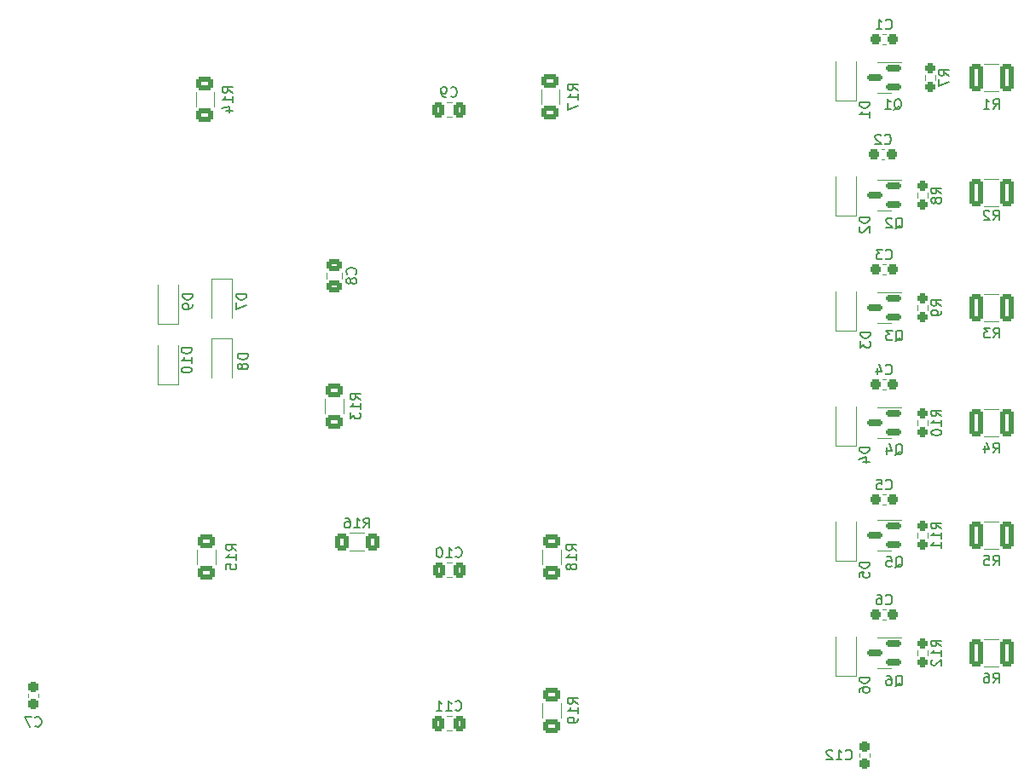
<source format=gbo>
G04 #@! TF.GenerationSoftware,KiCad,Pcbnew,6.0.9-8da3e8f707~116~ubuntu20.04.1*
G04 #@! TF.CreationDate,2023-03-16T01:07:50+01:00*
G04 #@! TF.ProjectId,six_to_six,7369785f-746f-45f7-9369-782e6b696361,rev?*
G04 #@! TF.SameCoordinates,Original*
G04 #@! TF.FileFunction,Legend,Bot*
G04 #@! TF.FilePolarity,Positive*
%FSLAX46Y46*%
G04 Gerber Fmt 4.6, Leading zero omitted, Abs format (unit mm)*
G04 Created by KiCad (PCBNEW 6.0.9-8da3e8f707~116~ubuntu20.04.1) date 2023-03-16 01:07:50*
%MOMM*%
%LPD*%
G01*
G04 APERTURE LIST*
G04 Aperture macros list*
%AMRoundRect*
0 Rectangle with rounded corners*
0 $1 Rounding radius*
0 $2 $3 $4 $5 $6 $7 $8 $9 X,Y pos of 4 corners*
0 Add a 4 corners polygon primitive as box body*
4,1,4,$2,$3,$4,$5,$6,$7,$8,$9,$2,$3,0*
0 Add four circle primitives for the rounded corners*
1,1,$1+$1,$2,$3*
1,1,$1+$1,$4,$5*
1,1,$1+$1,$6,$7*
1,1,$1+$1,$8,$9*
0 Add four rect primitives between the rounded corners*
20,1,$1+$1,$2,$3,$4,$5,0*
20,1,$1+$1,$4,$5,$6,$7,0*
20,1,$1+$1,$6,$7,$8,$9,0*
20,1,$1+$1,$8,$9,$2,$3,0*%
G04 Aperture macros list end*
%ADD10C,0.150000*%
%ADD11C,0.120000*%
%ADD12R,1.700000X1.700000*%
%ADD13O,1.700000X1.700000*%
%ADD14R,1.308000X1.308000*%
%ADD15C,1.308000*%
%ADD16O,3.000000X1.500000*%
%ADD17O,1.500000X3.000000*%
%ADD18C,5.600000*%
%ADD19R,1.800000X1.800000*%
%ADD20C,1.800000*%
%ADD21C,3.500000*%
%ADD22R,1.478000X1.478000*%
%ADD23C,1.478000*%
%ADD24C,1.270000*%
%ADD25RoundRect,0.237500X0.237500X-0.300000X0.237500X0.300000X-0.237500X0.300000X-0.237500X-0.300000X0*%
%ADD26R,1.200000X0.900000*%
%ADD27RoundRect,0.237500X0.300000X0.237500X-0.300000X0.237500X-0.300000X-0.237500X0.300000X-0.237500X0*%
%ADD28RoundRect,0.250000X-0.625000X0.400000X-0.625000X-0.400000X0.625000X-0.400000X0.625000X0.400000X0*%
%ADD29RoundRect,0.150000X0.587500X0.150000X-0.587500X0.150000X-0.587500X-0.150000X0.587500X-0.150000X0*%
%ADD30RoundRect,0.250000X0.400000X1.075000X-0.400000X1.075000X-0.400000X-1.075000X0.400000X-1.075000X0*%
%ADD31RoundRect,0.250000X0.337500X0.475000X-0.337500X0.475000X-0.337500X-0.475000X0.337500X-0.475000X0*%
%ADD32RoundRect,0.237500X0.237500X-0.250000X0.237500X0.250000X-0.237500X0.250000X-0.237500X-0.250000X0*%
%ADD33RoundRect,0.237500X-0.237500X0.300000X-0.237500X-0.300000X0.237500X-0.300000X0.237500X0.300000X0*%
%ADD34RoundRect,0.250000X-0.475000X0.337500X-0.475000X-0.337500X0.475000X-0.337500X0.475000X0.337500X0*%
%ADD35RoundRect,0.250000X0.400000X0.625000X-0.400000X0.625000X-0.400000X-0.625000X0.400000X-0.625000X0*%
G04 APERTURE END LIST*
D10*
X647231666Y-230126142D02*
X647279285Y-230173761D01*
X647422142Y-230221380D01*
X647517380Y-230221380D01*
X647660238Y-230173761D01*
X647755476Y-230078523D01*
X647803095Y-229983285D01*
X647850714Y-229792809D01*
X647850714Y-229649952D01*
X647803095Y-229459476D01*
X647755476Y-229364238D01*
X647660238Y-229269000D01*
X647517380Y-229221380D01*
X647422142Y-229221380D01*
X647279285Y-229269000D01*
X647231666Y-229316619D01*
X646898333Y-229221380D02*
X646231666Y-229221380D01*
X646660238Y-230221380D01*
X730067380Y-202461904D02*
X729067380Y-202461904D01*
X729067380Y-202700000D01*
X729115000Y-202842857D01*
X729210238Y-202938095D01*
X729305476Y-202985714D01*
X729495952Y-203033333D01*
X729638809Y-203033333D01*
X729829285Y-202985714D01*
X729924523Y-202938095D01*
X730019761Y-202842857D01*
X730067380Y-202700000D01*
X730067380Y-202461904D01*
X729400714Y-203890476D02*
X730067380Y-203890476D01*
X729019761Y-203652380D02*
X729734047Y-203414285D01*
X729734047Y-204033333D01*
X730067380Y-225321904D02*
X729067380Y-225321904D01*
X729067380Y-225560000D01*
X729115000Y-225702857D01*
X729210238Y-225798095D01*
X729305476Y-225845714D01*
X729495952Y-225893333D01*
X729638809Y-225893333D01*
X729829285Y-225845714D01*
X729924523Y-225798095D01*
X730019761Y-225702857D01*
X730067380Y-225560000D01*
X730067380Y-225321904D01*
X729067380Y-226750476D02*
X729067380Y-226560000D01*
X729115000Y-226464761D01*
X729162619Y-226417142D01*
X729305476Y-226321904D01*
X729495952Y-226274285D01*
X729876904Y-226274285D01*
X729972142Y-226321904D01*
X730019761Y-226369523D01*
X730067380Y-226464761D01*
X730067380Y-226655238D01*
X730019761Y-226750476D01*
X729972142Y-226798095D01*
X729876904Y-226845714D01*
X729638809Y-226845714D01*
X729543571Y-226798095D01*
X729495952Y-226750476D01*
X729448333Y-226655238D01*
X729448333Y-226464761D01*
X729495952Y-226369523D01*
X729543571Y-226321904D01*
X729638809Y-226274285D01*
X731686666Y-218002142D02*
X731734285Y-218049761D01*
X731877142Y-218097380D01*
X731972380Y-218097380D01*
X732115238Y-218049761D01*
X732210476Y-217954523D01*
X732258095Y-217859285D01*
X732305714Y-217668809D01*
X732305714Y-217525952D01*
X732258095Y-217335476D01*
X732210476Y-217240238D01*
X732115238Y-217145000D01*
X731972380Y-217097380D01*
X731877142Y-217097380D01*
X731734285Y-217145000D01*
X731686666Y-217192619D01*
X730829523Y-217097380D02*
X731020000Y-217097380D01*
X731115238Y-217145000D01*
X731162857Y-217192619D01*
X731258095Y-217335476D01*
X731305714Y-217525952D01*
X731305714Y-217906904D01*
X731258095Y-218002142D01*
X731210476Y-218049761D01*
X731115238Y-218097380D01*
X730924761Y-218097380D01*
X730829523Y-218049761D01*
X730781904Y-218002142D01*
X730734285Y-217906904D01*
X730734285Y-217668809D01*
X730781904Y-217573571D01*
X730829523Y-217525952D01*
X730924761Y-217478333D01*
X731115238Y-217478333D01*
X731210476Y-217525952D01*
X731258095Y-217573571D01*
X731305714Y-217668809D01*
X668218380Y-187220904D02*
X667218380Y-187220904D01*
X667218380Y-187459000D01*
X667266000Y-187601857D01*
X667361238Y-187697095D01*
X667456476Y-187744714D01*
X667646952Y-187792333D01*
X667789809Y-187792333D01*
X667980285Y-187744714D01*
X668075523Y-187697095D01*
X668170761Y-187601857D01*
X668218380Y-187459000D01*
X668218380Y-187220904D01*
X667218380Y-188125666D02*
X667218380Y-188792333D01*
X668218380Y-188363761D01*
X701111380Y-227957142D02*
X700635190Y-227623809D01*
X701111380Y-227385714D02*
X700111380Y-227385714D01*
X700111380Y-227766666D01*
X700159000Y-227861904D01*
X700206619Y-227909523D01*
X700301857Y-227957142D01*
X700444714Y-227957142D01*
X700539952Y-227909523D01*
X700587571Y-227861904D01*
X700635190Y-227766666D01*
X700635190Y-227385714D01*
X701111380Y-228909523D02*
X701111380Y-228338095D01*
X701111380Y-228623809D02*
X700111380Y-228623809D01*
X700254238Y-228528571D01*
X700349476Y-228433333D01*
X700397095Y-228338095D01*
X701111380Y-229385714D02*
X701111380Y-229576190D01*
X701063761Y-229671428D01*
X701016142Y-229719047D01*
X700873285Y-229814285D01*
X700682809Y-229861904D01*
X700301857Y-229861904D01*
X700206619Y-229814285D01*
X700159000Y-229766666D01*
X700111380Y-229671428D01*
X700111380Y-229480952D01*
X700159000Y-229385714D01*
X700206619Y-229338095D01*
X700301857Y-229290476D01*
X700539952Y-229290476D01*
X700635190Y-229338095D01*
X700682809Y-229385714D01*
X700730428Y-229480952D01*
X700730428Y-229671428D01*
X700682809Y-229766666D01*
X700635190Y-229814285D01*
X700539952Y-229861904D01*
X700984380Y-212717142D02*
X700508190Y-212383809D01*
X700984380Y-212145714D02*
X699984380Y-212145714D01*
X699984380Y-212526666D01*
X700032000Y-212621904D01*
X700079619Y-212669523D01*
X700174857Y-212717142D01*
X700317714Y-212717142D01*
X700412952Y-212669523D01*
X700460571Y-212621904D01*
X700508190Y-212526666D01*
X700508190Y-212145714D01*
X700984380Y-213669523D02*
X700984380Y-213098095D01*
X700984380Y-213383809D02*
X699984380Y-213383809D01*
X700127238Y-213288571D01*
X700222476Y-213193333D01*
X700270095Y-213098095D01*
X700412952Y-214240952D02*
X700365333Y-214145714D01*
X700317714Y-214098095D01*
X700222476Y-214050476D01*
X700174857Y-214050476D01*
X700079619Y-214098095D01*
X700032000Y-214145714D01*
X699984380Y-214240952D01*
X699984380Y-214431428D01*
X700032000Y-214526666D01*
X700079619Y-214574285D01*
X700174857Y-214621904D01*
X700222476Y-214621904D01*
X700317714Y-214574285D01*
X700365333Y-214526666D01*
X700412952Y-214431428D01*
X700412952Y-214240952D01*
X700460571Y-214145714D01*
X700508190Y-214098095D01*
X700603428Y-214050476D01*
X700793904Y-214050476D01*
X700889142Y-214098095D01*
X700936761Y-214145714D01*
X700984380Y-214240952D01*
X700984380Y-214431428D01*
X700936761Y-214526666D01*
X700889142Y-214574285D01*
X700793904Y-214621904D01*
X700603428Y-214621904D01*
X700508190Y-214574285D01*
X700460571Y-214526666D01*
X700412952Y-214431428D01*
X666821380Y-167251142D02*
X666345190Y-166917809D01*
X666821380Y-166679714D02*
X665821380Y-166679714D01*
X665821380Y-167060666D01*
X665869000Y-167155904D01*
X665916619Y-167203523D01*
X666011857Y-167251142D01*
X666154714Y-167251142D01*
X666249952Y-167203523D01*
X666297571Y-167155904D01*
X666345190Y-167060666D01*
X666345190Y-166679714D01*
X666821380Y-168203523D02*
X666821380Y-167632095D01*
X666821380Y-167917809D02*
X665821380Y-167917809D01*
X665964238Y-167822571D01*
X666059476Y-167727333D01*
X666107095Y-167632095D01*
X666154714Y-169060666D02*
X666821380Y-169060666D01*
X665773761Y-168822571D02*
X666488047Y-168584476D01*
X666488047Y-169203523D01*
X732631238Y-203239619D02*
X732726476Y-203192000D01*
X732821714Y-203096761D01*
X732964571Y-202953904D01*
X733059809Y-202906285D01*
X733155047Y-202906285D01*
X733107428Y-203144380D02*
X733202666Y-203096761D01*
X733297904Y-203001523D01*
X733345523Y-202811047D01*
X733345523Y-202477714D01*
X733297904Y-202287238D01*
X733202666Y-202192000D01*
X733107428Y-202144380D01*
X732916952Y-202144380D01*
X732821714Y-202192000D01*
X732726476Y-202287238D01*
X732678857Y-202477714D01*
X732678857Y-202811047D01*
X732726476Y-203001523D01*
X732821714Y-203096761D01*
X732916952Y-203144380D01*
X733107428Y-203144380D01*
X731821714Y-202477714D02*
X731821714Y-203144380D01*
X732059809Y-202096761D02*
X732297904Y-202811047D01*
X731678857Y-202811047D01*
X731686666Y-160852142D02*
X731734285Y-160899761D01*
X731877142Y-160947380D01*
X731972380Y-160947380D01*
X732115238Y-160899761D01*
X732210476Y-160804523D01*
X732258095Y-160709285D01*
X732305714Y-160518809D01*
X732305714Y-160375952D01*
X732258095Y-160185476D01*
X732210476Y-160090238D01*
X732115238Y-159995000D01*
X731972380Y-159947380D01*
X731877142Y-159947380D01*
X731734285Y-159995000D01*
X731686666Y-160042619D01*
X730734285Y-160947380D02*
X731305714Y-160947380D01*
X731020000Y-160947380D02*
X731020000Y-159947380D01*
X731115238Y-160090238D01*
X731210476Y-160185476D01*
X731305714Y-160233095D01*
X742354666Y-214193380D02*
X742688000Y-213717190D01*
X742926095Y-214193380D02*
X742926095Y-213193380D01*
X742545142Y-213193380D01*
X742449904Y-213241000D01*
X742402285Y-213288619D01*
X742354666Y-213383857D01*
X742354666Y-213526714D01*
X742402285Y-213621952D01*
X742449904Y-213669571D01*
X742545142Y-213717190D01*
X742926095Y-213717190D01*
X741449904Y-213193380D02*
X741926095Y-213193380D01*
X741973714Y-213669571D01*
X741926095Y-213621952D01*
X741830857Y-213574333D01*
X741592761Y-213574333D01*
X741497523Y-213621952D01*
X741449904Y-213669571D01*
X741402285Y-213764809D01*
X741402285Y-214002904D01*
X741449904Y-214098142D01*
X741497523Y-214145761D01*
X741592761Y-214193380D01*
X741830857Y-214193380D01*
X741926095Y-214145761D01*
X741973714Y-214098142D01*
X731686666Y-206572142D02*
X731734285Y-206619761D01*
X731877142Y-206667380D01*
X731972380Y-206667380D01*
X732115238Y-206619761D01*
X732210476Y-206524523D01*
X732258095Y-206429285D01*
X732305714Y-206238809D01*
X732305714Y-206095952D01*
X732258095Y-205905476D01*
X732210476Y-205810238D01*
X732115238Y-205715000D01*
X731972380Y-205667380D01*
X731877142Y-205667380D01*
X731734285Y-205715000D01*
X731686666Y-205762619D01*
X730781904Y-205667380D02*
X731258095Y-205667380D01*
X731305714Y-206143571D01*
X731258095Y-206095952D01*
X731162857Y-206048333D01*
X730924761Y-206048333D01*
X730829523Y-206095952D01*
X730781904Y-206143571D01*
X730734285Y-206238809D01*
X730734285Y-206476904D01*
X730781904Y-206572142D01*
X730829523Y-206619761D01*
X730924761Y-206667380D01*
X731162857Y-206667380D01*
X731258095Y-206619761D01*
X731305714Y-206572142D01*
X688982857Y-213307142D02*
X689030476Y-213354761D01*
X689173333Y-213402380D01*
X689268571Y-213402380D01*
X689411428Y-213354761D01*
X689506666Y-213259523D01*
X689554285Y-213164285D01*
X689601904Y-212973809D01*
X689601904Y-212830952D01*
X689554285Y-212640476D01*
X689506666Y-212545238D01*
X689411428Y-212450000D01*
X689268571Y-212402380D01*
X689173333Y-212402380D01*
X689030476Y-212450000D01*
X688982857Y-212497619D01*
X688030476Y-213402380D02*
X688601904Y-213402380D01*
X688316190Y-213402380D02*
X688316190Y-212402380D01*
X688411428Y-212545238D01*
X688506666Y-212640476D01*
X688601904Y-212688095D01*
X687411428Y-212402380D02*
X687316190Y-212402380D01*
X687220952Y-212450000D01*
X687173333Y-212497619D01*
X687125714Y-212592857D01*
X687078095Y-212783333D01*
X687078095Y-213021428D01*
X687125714Y-213211904D01*
X687173333Y-213307142D01*
X687220952Y-213354761D01*
X687316190Y-213402380D01*
X687411428Y-213402380D01*
X687506666Y-213354761D01*
X687554285Y-213307142D01*
X687601904Y-213211904D01*
X687649523Y-213021428D01*
X687649523Y-212783333D01*
X687601904Y-212592857D01*
X687554285Y-212497619D01*
X687506666Y-212450000D01*
X687411428Y-212402380D01*
X737212380Y-222242142D02*
X736736190Y-221908809D01*
X737212380Y-221670714D02*
X736212380Y-221670714D01*
X736212380Y-222051666D01*
X736260000Y-222146904D01*
X736307619Y-222194523D01*
X736402857Y-222242142D01*
X736545714Y-222242142D01*
X736640952Y-222194523D01*
X736688571Y-222146904D01*
X736736190Y-222051666D01*
X736736190Y-221670714D01*
X737212380Y-223194523D02*
X737212380Y-222623095D01*
X737212380Y-222908809D02*
X736212380Y-222908809D01*
X736355238Y-222813571D01*
X736450476Y-222718333D01*
X736498095Y-222623095D01*
X736307619Y-223575476D02*
X736260000Y-223623095D01*
X736212380Y-223718333D01*
X736212380Y-223956428D01*
X736260000Y-224051666D01*
X736307619Y-224099285D01*
X736402857Y-224146904D01*
X736498095Y-224146904D01*
X736640952Y-224099285D01*
X737212380Y-223527857D01*
X737212380Y-224146904D01*
X727717857Y-233402142D02*
X727765476Y-233449761D01*
X727908333Y-233497380D01*
X728003571Y-233497380D01*
X728146428Y-233449761D01*
X728241666Y-233354523D01*
X728289285Y-233259285D01*
X728336904Y-233068809D01*
X728336904Y-232925952D01*
X728289285Y-232735476D01*
X728241666Y-232640238D01*
X728146428Y-232545000D01*
X728003571Y-232497380D01*
X727908333Y-232497380D01*
X727765476Y-232545000D01*
X727717857Y-232592619D01*
X726765476Y-233497380D02*
X727336904Y-233497380D01*
X727051190Y-233497380D02*
X727051190Y-232497380D01*
X727146428Y-232640238D01*
X727241666Y-232735476D01*
X727336904Y-232783095D01*
X726384523Y-232592619D02*
X726336904Y-232545000D01*
X726241666Y-232497380D01*
X726003571Y-232497380D01*
X725908333Y-232545000D01*
X725860714Y-232592619D01*
X725813095Y-232687857D01*
X725813095Y-232783095D01*
X725860714Y-232925952D01*
X726432142Y-233497380D01*
X725813095Y-233497380D01*
X679521380Y-197731142D02*
X679045190Y-197397809D01*
X679521380Y-197159714D02*
X678521380Y-197159714D01*
X678521380Y-197540666D01*
X678569000Y-197635904D01*
X678616619Y-197683523D01*
X678711857Y-197731142D01*
X678854714Y-197731142D01*
X678949952Y-197683523D01*
X678997571Y-197635904D01*
X679045190Y-197540666D01*
X679045190Y-197159714D01*
X679521380Y-198683523D02*
X679521380Y-198112095D01*
X679521380Y-198397809D02*
X678521380Y-198397809D01*
X678664238Y-198302571D01*
X678759476Y-198207333D01*
X678807095Y-198112095D01*
X678521380Y-199016857D02*
X678521380Y-199635904D01*
X678902333Y-199302571D01*
X678902333Y-199445428D01*
X678949952Y-199540666D01*
X678997571Y-199588285D01*
X679092809Y-199635904D01*
X679330904Y-199635904D01*
X679426142Y-199588285D01*
X679473761Y-199540666D01*
X679521380Y-199445428D01*
X679521380Y-199159714D01*
X679473761Y-199064476D01*
X679426142Y-199016857D01*
X737212380Y-177275333D02*
X736736190Y-176942000D01*
X737212380Y-176703904D02*
X736212380Y-176703904D01*
X736212380Y-177084857D01*
X736260000Y-177180095D01*
X736307619Y-177227714D01*
X736402857Y-177275333D01*
X736545714Y-177275333D01*
X736640952Y-177227714D01*
X736688571Y-177180095D01*
X736736190Y-177084857D01*
X736736190Y-176703904D01*
X736640952Y-177846761D02*
X736593333Y-177751523D01*
X736545714Y-177703904D01*
X736450476Y-177656285D01*
X736402857Y-177656285D01*
X736307619Y-177703904D01*
X736260000Y-177751523D01*
X736212380Y-177846761D01*
X736212380Y-178037238D01*
X736260000Y-178132476D01*
X736307619Y-178180095D01*
X736402857Y-178227714D01*
X736450476Y-178227714D01*
X736545714Y-178180095D01*
X736593333Y-178132476D01*
X736640952Y-178037238D01*
X736640952Y-177846761D01*
X736688571Y-177751523D01*
X736736190Y-177703904D01*
X736831428Y-177656285D01*
X737021904Y-177656285D01*
X737117142Y-177703904D01*
X737164761Y-177751523D01*
X737212380Y-177846761D01*
X737212380Y-178037238D01*
X737164761Y-178132476D01*
X737117142Y-178180095D01*
X737021904Y-178227714D01*
X736831428Y-178227714D01*
X736736190Y-178180095D01*
X736688571Y-178132476D01*
X736640952Y-178037238D01*
X732631238Y-226226619D02*
X732726476Y-226179000D01*
X732821714Y-226083761D01*
X732964571Y-225940904D01*
X733059809Y-225893285D01*
X733155047Y-225893285D01*
X733107428Y-226131380D02*
X733202666Y-226083761D01*
X733297904Y-225988523D01*
X733345523Y-225798047D01*
X733345523Y-225464714D01*
X733297904Y-225274238D01*
X733202666Y-225179000D01*
X733107428Y-225131380D01*
X732916952Y-225131380D01*
X732821714Y-225179000D01*
X732726476Y-225274238D01*
X732678857Y-225464714D01*
X732678857Y-225798047D01*
X732726476Y-225988523D01*
X732821714Y-226083761D01*
X732916952Y-226131380D01*
X733107428Y-226131380D01*
X731821714Y-225131380D02*
X732012190Y-225131380D01*
X732107428Y-225179000D01*
X732155047Y-225226619D01*
X732250285Y-225369476D01*
X732297904Y-225559952D01*
X732297904Y-225940904D01*
X732250285Y-226036142D01*
X732202666Y-226083761D01*
X732107428Y-226131380D01*
X731916952Y-226131380D01*
X731821714Y-226083761D01*
X731774095Y-226036142D01*
X731726476Y-225940904D01*
X731726476Y-225702809D01*
X731774095Y-225607571D01*
X731821714Y-225559952D01*
X731916952Y-225512333D01*
X732107428Y-225512333D01*
X732202666Y-225559952D01*
X732250285Y-225607571D01*
X732297904Y-225702809D01*
X668345380Y-193189904D02*
X667345380Y-193189904D01*
X667345380Y-193428000D01*
X667393000Y-193570857D01*
X667488238Y-193666095D01*
X667583476Y-193713714D01*
X667773952Y-193761333D01*
X667916809Y-193761333D01*
X668107285Y-193713714D01*
X668202523Y-193666095D01*
X668297761Y-193570857D01*
X668345380Y-193428000D01*
X668345380Y-193189904D01*
X667773952Y-194332761D02*
X667726333Y-194237523D01*
X667678714Y-194189904D01*
X667583476Y-194142285D01*
X667535857Y-194142285D01*
X667440619Y-194189904D01*
X667393000Y-194237523D01*
X667345380Y-194332761D01*
X667345380Y-194523238D01*
X667393000Y-194618476D01*
X667440619Y-194666095D01*
X667535857Y-194713714D01*
X667583476Y-194713714D01*
X667678714Y-194666095D01*
X667726333Y-194618476D01*
X667773952Y-194523238D01*
X667773952Y-194332761D01*
X667821571Y-194237523D01*
X667869190Y-194189904D01*
X667964428Y-194142285D01*
X668154904Y-194142285D01*
X668250142Y-194189904D01*
X668297761Y-194237523D01*
X668345380Y-194332761D01*
X668345380Y-194523238D01*
X668297761Y-194618476D01*
X668250142Y-194666095D01*
X668154904Y-194713714D01*
X667964428Y-194713714D01*
X667869190Y-194666095D01*
X667821571Y-194618476D01*
X667773952Y-194523238D01*
X731686666Y-183712142D02*
X731734285Y-183759761D01*
X731877142Y-183807380D01*
X731972380Y-183807380D01*
X732115238Y-183759761D01*
X732210476Y-183664523D01*
X732258095Y-183569285D01*
X732305714Y-183378809D01*
X732305714Y-183235952D01*
X732258095Y-183045476D01*
X732210476Y-182950238D01*
X732115238Y-182855000D01*
X731972380Y-182807380D01*
X731877142Y-182807380D01*
X731734285Y-182855000D01*
X731686666Y-182902619D01*
X731353333Y-182807380D02*
X730734285Y-182807380D01*
X731067619Y-183188333D01*
X730924761Y-183188333D01*
X730829523Y-183235952D01*
X730781904Y-183283571D01*
X730734285Y-183378809D01*
X730734285Y-183616904D01*
X730781904Y-183712142D01*
X730829523Y-183759761D01*
X730924761Y-183807380D01*
X731210476Y-183807380D01*
X731305714Y-183759761D01*
X731353333Y-183712142D01*
X737212380Y-188428333D02*
X736736190Y-188095000D01*
X737212380Y-187856904D02*
X736212380Y-187856904D01*
X736212380Y-188237857D01*
X736260000Y-188333095D01*
X736307619Y-188380714D01*
X736402857Y-188428333D01*
X736545714Y-188428333D01*
X736640952Y-188380714D01*
X736688571Y-188333095D01*
X736736190Y-188237857D01*
X736736190Y-187856904D01*
X737212380Y-188904523D02*
X737212380Y-189095000D01*
X737164761Y-189190238D01*
X737117142Y-189237857D01*
X736974285Y-189333095D01*
X736783809Y-189380714D01*
X736402857Y-189380714D01*
X736307619Y-189333095D01*
X736260000Y-189285476D01*
X736212380Y-189190238D01*
X736212380Y-188999761D01*
X736260000Y-188904523D01*
X736307619Y-188856904D01*
X736402857Y-188809285D01*
X736640952Y-188809285D01*
X736736190Y-188856904D01*
X736783809Y-188904523D01*
X736831428Y-188999761D01*
X736831428Y-189190238D01*
X736783809Y-189285476D01*
X736736190Y-189333095D01*
X736640952Y-189380714D01*
X730067380Y-168171904D02*
X729067380Y-168171904D01*
X729067380Y-168410000D01*
X729115000Y-168552857D01*
X729210238Y-168648095D01*
X729305476Y-168695714D01*
X729495952Y-168743333D01*
X729638809Y-168743333D01*
X729829285Y-168695714D01*
X729924523Y-168648095D01*
X730019761Y-168552857D01*
X730067380Y-168410000D01*
X730067380Y-168171904D01*
X730067380Y-169695714D02*
X730067380Y-169124285D01*
X730067380Y-169410000D02*
X729067380Y-169410000D01*
X729210238Y-169314761D01*
X729305476Y-169219523D01*
X729353095Y-169124285D01*
X667202380Y-212717142D02*
X666726190Y-212383809D01*
X667202380Y-212145714D02*
X666202380Y-212145714D01*
X666202380Y-212526666D01*
X666250000Y-212621904D01*
X666297619Y-212669523D01*
X666392857Y-212717142D01*
X666535714Y-212717142D01*
X666630952Y-212669523D01*
X666678571Y-212621904D01*
X666726190Y-212526666D01*
X666726190Y-212145714D01*
X667202380Y-213669523D02*
X667202380Y-213098095D01*
X667202380Y-213383809D02*
X666202380Y-213383809D01*
X666345238Y-213288571D01*
X666440476Y-213193333D01*
X666488095Y-213098095D01*
X666202380Y-214574285D02*
X666202380Y-214098095D01*
X666678571Y-214050476D01*
X666630952Y-214098095D01*
X666583333Y-214193333D01*
X666583333Y-214431428D01*
X666630952Y-214526666D01*
X666678571Y-214574285D01*
X666773809Y-214621904D01*
X667011904Y-214621904D01*
X667107142Y-214574285D01*
X667154761Y-214526666D01*
X667202380Y-214431428D01*
X667202380Y-214193333D01*
X667154761Y-214098095D01*
X667107142Y-214050476D01*
X732631238Y-191936619D02*
X732726476Y-191889000D01*
X732821714Y-191793761D01*
X732964571Y-191650904D01*
X733059809Y-191603285D01*
X733155047Y-191603285D01*
X733107428Y-191841380D02*
X733202666Y-191793761D01*
X733297904Y-191698523D01*
X733345523Y-191508047D01*
X733345523Y-191174714D01*
X733297904Y-190984238D01*
X733202666Y-190889000D01*
X733107428Y-190841380D01*
X732916952Y-190841380D01*
X732821714Y-190889000D01*
X732726476Y-190984238D01*
X732678857Y-191174714D01*
X732678857Y-191508047D01*
X732726476Y-191698523D01*
X732821714Y-191793761D01*
X732916952Y-191841380D01*
X733107428Y-191841380D01*
X732345523Y-190841380D02*
X731726476Y-190841380D01*
X732059809Y-191222333D01*
X731916952Y-191222333D01*
X731821714Y-191269952D01*
X731774095Y-191317571D01*
X731726476Y-191412809D01*
X731726476Y-191650904D01*
X731774095Y-191746142D01*
X731821714Y-191793761D01*
X731916952Y-191841380D01*
X732202666Y-191841380D01*
X732297904Y-191793761D01*
X732345523Y-191746142D01*
X732631238Y-214415619D02*
X732726476Y-214368000D01*
X732821714Y-214272761D01*
X732964571Y-214129904D01*
X733059809Y-214082285D01*
X733155047Y-214082285D01*
X733107428Y-214320380D02*
X733202666Y-214272761D01*
X733297904Y-214177523D01*
X733345523Y-213987047D01*
X733345523Y-213653714D01*
X733297904Y-213463238D01*
X733202666Y-213368000D01*
X733107428Y-213320380D01*
X732916952Y-213320380D01*
X732821714Y-213368000D01*
X732726476Y-213463238D01*
X732678857Y-213653714D01*
X732678857Y-213987047D01*
X732726476Y-214177523D01*
X732821714Y-214272761D01*
X732916952Y-214320380D01*
X733107428Y-214320380D01*
X731774095Y-213320380D02*
X732250285Y-213320380D01*
X732297904Y-213796571D01*
X732250285Y-213748952D01*
X732155047Y-213701333D01*
X731916952Y-213701333D01*
X731821714Y-213748952D01*
X731774095Y-213796571D01*
X731726476Y-213891809D01*
X731726476Y-214129904D01*
X731774095Y-214225142D01*
X731821714Y-214272761D01*
X731916952Y-214320380D01*
X732155047Y-214320380D01*
X732250285Y-214272761D01*
X732297904Y-214225142D01*
X742380666Y-191587380D02*
X742714000Y-191111190D01*
X742952095Y-191587380D02*
X742952095Y-190587380D01*
X742571142Y-190587380D01*
X742475904Y-190635000D01*
X742428285Y-190682619D01*
X742380666Y-190777857D01*
X742380666Y-190920714D01*
X742428285Y-191015952D01*
X742475904Y-191063571D01*
X742571142Y-191111190D01*
X742952095Y-191111190D01*
X742047333Y-190587380D02*
X741428285Y-190587380D01*
X741761619Y-190968333D01*
X741618761Y-190968333D01*
X741523523Y-191015952D01*
X741475904Y-191063571D01*
X741428285Y-191158809D01*
X741428285Y-191396904D01*
X741475904Y-191492142D01*
X741523523Y-191539761D01*
X741618761Y-191587380D01*
X741904476Y-191587380D01*
X741999714Y-191539761D01*
X742047333Y-191492142D01*
X731586666Y-172282142D02*
X731634285Y-172329761D01*
X731777142Y-172377380D01*
X731872380Y-172377380D01*
X732015238Y-172329761D01*
X732110476Y-172234523D01*
X732158095Y-172139285D01*
X732205714Y-171948809D01*
X732205714Y-171805952D01*
X732158095Y-171615476D01*
X732110476Y-171520238D01*
X732015238Y-171425000D01*
X731872380Y-171377380D01*
X731777142Y-171377380D01*
X731634285Y-171425000D01*
X731586666Y-171472619D01*
X731205714Y-171472619D02*
X731158095Y-171425000D01*
X731062857Y-171377380D01*
X730824761Y-171377380D01*
X730729523Y-171425000D01*
X730681904Y-171472619D01*
X730634285Y-171567857D01*
X730634285Y-171663095D01*
X730681904Y-171805952D01*
X731253333Y-172377380D01*
X730634285Y-172377380D01*
X688961857Y-228547142D02*
X689009476Y-228594761D01*
X689152333Y-228642380D01*
X689247571Y-228642380D01*
X689390428Y-228594761D01*
X689485666Y-228499523D01*
X689533285Y-228404285D01*
X689580904Y-228213809D01*
X689580904Y-228070952D01*
X689533285Y-227880476D01*
X689485666Y-227785238D01*
X689390428Y-227690000D01*
X689247571Y-227642380D01*
X689152333Y-227642380D01*
X689009476Y-227690000D01*
X688961857Y-227737619D01*
X688009476Y-228642380D02*
X688580904Y-228642380D01*
X688295190Y-228642380D02*
X688295190Y-227642380D01*
X688390428Y-227785238D01*
X688485666Y-227880476D01*
X688580904Y-227928095D01*
X687057095Y-228642380D02*
X687628523Y-228642380D01*
X687342809Y-228642380D02*
X687342809Y-227642380D01*
X687438047Y-227785238D01*
X687533285Y-227880476D01*
X687628523Y-227928095D01*
X737212380Y-199382142D02*
X736736190Y-199048809D01*
X737212380Y-198810714D02*
X736212380Y-198810714D01*
X736212380Y-199191666D01*
X736260000Y-199286904D01*
X736307619Y-199334523D01*
X736402857Y-199382142D01*
X736545714Y-199382142D01*
X736640952Y-199334523D01*
X736688571Y-199286904D01*
X736736190Y-199191666D01*
X736736190Y-198810714D01*
X737212380Y-200334523D02*
X737212380Y-199763095D01*
X737212380Y-200048809D02*
X736212380Y-200048809D01*
X736355238Y-199953571D01*
X736450476Y-199858333D01*
X736498095Y-199763095D01*
X736212380Y-200953571D02*
X736212380Y-201048809D01*
X736260000Y-201144047D01*
X736307619Y-201191666D01*
X736402857Y-201239285D01*
X736593333Y-201286904D01*
X736831428Y-201286904D01*
X737021904Y-201239285D01*
X737117142Y-201191666D01*
X737164761Y-201144047D01*
X737212380Y-201048809D01*
X737212380Y-200953571D01*
X737164761Y-200858333D01*
X737117142Y-200810714D01*
X737021904Y-200763095D01*
X736831428Y-200715476D01*
X736593333Y-200715476D01*
X736402857Y-200763095D01*
X736307619Y-200810714D01*
X736260000Y-200858333D01*
X736212380Y-200953571D01*
X688485666Y-167587142D02*
X688533285Y-167634761D01*
X688676142Y-167682380D01*
X688771380Y-167682380D01*
X688914238Y-167634761D01*
X689009476Y-167539523D01*
X689057095Y-167444285D01*
X689104714Y-167253809D01*
X689104714Y-167110952D01*
X689057095Y-166920476D01*
X689009476Y-166825238D01*
X688914238Y-166730000D01*
X688771380Y-166682380D01*
X688676142Y-166682380D01*
X688533285Y-166730000D01*
X688485666Y-166777619D01*
X688009476Y-167682380D02*
X687819000Y-167682380D01*
X687723761Y-167634761D01*
X687676142Y-167587142D01*
X687580904Y-167444285D01*
X687533285Y-167253809D01*
X687533285Y-166872857D01*
X687580904Y-166777619D01*
X687628523Y-166730000D01*
X687723761Y-166682380D01*
X687914238Y-166682380D01*
X688009476Y-166730000D01*
X688057095Y-166777619D01*
X688104714Y-166872857D01*
X688104714Y-167110952D01*
X688057095Y-167206190D01*
X688009476Y-167253809D01*
X687914238Y-167301428D01*
X687723761Y-167301428D01*
X687628523Y-167253809D01*
X687580904Y-167206190D01*
X687533285Y-167110952D01*
X742354666Y-225877380D02*
X742688000Y-225401190D01*
X742926095Y-225877380D02*
X742926095Y-224877380D01*
X742545142Y-224877380D01*
X742449904Y-224925000D01*
X742402285Y-224972619D01*
X742354666Y-225067857D01*
X742354666Y-225210714D01*
X742402285Y-225305952D01*
X742449904Y-225353571D01*
X742545142Y-225401190D01*
X742926095Y-225401190D01*
X741497523Y-224877380D02*
X741688000Y-224877380D01*
X741783238Y-224925000D01*
X741830857Y-224972619D01*
X741926095Y-225115476D01*
X741973714Y-225305952D01*
X741973714Y-225686904D01*
X741926095Y-225782142D01*
X741878476Y-225829761D01*
X741783238Y-225877380D01*
X741592761Y-225877380D01*
X741497523Y-225829761D01*
X741449904Y-225782142D01*
X741402285Y-225686904D01*
X741402285Y-225448809D01*
X741449904Y-225353571D01*
X741497523Y-225305952D01*
X741592761Y-225258333D01*
X741783238Y-225258333D01*
X741878476Y-225305952D01*
X741926095Y-225353571D01*
X741973714Y-225448809D01*
X730067380Y-179601904D02*
X729067380Y-179601904D01*
X729067380Y-179840000D01*
X729115000Y-179982857D01*
X729210238Y-180078095D01*
X729305476Y-180125714D01*
X729495952Y-180173333D01*
X729638809Y-180173333D01*
X729829285Y-180125714D01*
X729924523Y-180078095D01*
X730019761Y-179982857D01*
X730067380Y-179840000D01*
X730067380Y-179601904D01*
X729162619Y-180554285D02*
X729115000Y-180601904D01*
X729067380Y-180697142D01*
X729067380Y-180935238D01*
X729115000Y-181030476D01*
X729162619Y-181078095D01*
X729257857Y-181125714D01*
X729353095Y-181125714D01*
X729495952Y-181078095D01*
X730067380Y-180506666D01*
X730067380Y-181125714D01*
X662757380Y-192587714D02*
X661757380Y-192587714D01*
X661757380Y-192825809D01*
X661805000Y-192968666D01*
X661900238Y-193063904D01*
X661995476Y-193111523D01*
X662185952Y-193159142D01*
X662328809Y-193159142D01*
X662519285Y-193111523D01*
X662614523Y-193063904D01*
X662709761Y-192968666D01*
X662757380Y-192825809D01*
X662757380Y-192587714D01*
X662757380Y-194111523D02*
X662757380Y-193540095D01*
X662757380Y-193825809D02*
X661757380Y-193825809D01*
X661900238Y-193730571D01*
X661995476Y-193635333D01*
X662043095Y-193540095D01*
X661757380Y-194730571D02*
X661757380Y-194825809D01*
X661805000Y-194921047D01*
X661852619Y-194968666D01*
X661947857Y-195016285D01*
X662138333Y-195063904D01*
X662376428Y-195063904D01*
X662566904Y-195016285D01*
X662662142Y-194968666D01*
X662709761Y-194921047D01*
X662757380Y-194825809D01*
X662757380Y-194730571D01*
X662709761Y-194635333D01*
X662662142Y-194587714D01*
X662566904Y-194540095D01*
X662376428Y-194492476D01*
X662138333Y-194492476D01*
X661947857Y-194540095D01*
X661852619Y-194587714D01*
X661805000Y-194635333D01*
X661757380Y-194730571D01*
X679045142Y-185253333D02*
X679092761Y-185205714D01*
X679140380Y-185062857D01*
X679140380Y-184967619D01*
X679092761Y-184824761D01*
X678997523Y-184729523D01*
X678902285Y-184681904D01*
X678711809Y-184634285D01*
X678568952Y-184634285D01*
X678378476Y-184681904D01*
X678283238Y-184729523D01*
X678188000Y-184824761D01*
X678140380Y-184967619D01*
X678140380Y-185062857D01*
X678188000Y-185205714D01*
X678235619Y-185253333D01*
X678568952Y-185824761D02*
X678521333Y-185729523D01*
X678473714Y-185681904D01*
X678378476Y-185634285D01*
X678330857Y-185634285D01*
X678235619Y-185681904D01*
X678188000Y-185729523D01*
X678140380Y-185824761D01*
X678140380Y-186015238D01*
X678188000Y-186110476D01*
X678235619Y-186158095D01*
X678330857Y-186205714D01*
X678378476Y-186205714D01*
X678473714Y-186158095D01*
X678521333Y-186110476D01*
X678568952Y-186015238D01*
X678568952Y-185824761D01*
X678616571Y-185729523D01*
X678664190Y-185681904D01*
X678759428Y-185634285D01*
X678949904Y-185634285D01*
X679045142Y-185681904D01*
X679092761Y-185729523D01*
X679140380Y-185824761D01*
X679140380Y-186015238D01*
X679092761Y-186110476D01*
X679045142Y-186158095D01*
X678949904Y-186205714D01*
X678759428Y-186205714D01*
X678664190Y-186158095D01*
X678616571Y-186110476D01*
X678568952Y-186015238D01*
X662852380Y-187221904D02*
X661852380Y-187221904D01*
X661852380Y-187460000D01*
X661900000Y-187602857D01*
X661995238Y-187698095D01*
X662090476Y-187745714D01*
X662280952Y-187793333D01*
X662423809Y-187793333D01*
X662614285Y-187745714D01*
X662709523Y-187698095D01*
X662804761Y-187602857D01*
X662852380Y-187460000D01*
X662852380Y-187221904D01*
X662852380Y-188269523D02*
X662852380Y-188460000D01*
X662804761Y-188555238D01*
X662757142Y-188602857D01*
X662614285Y-188698095D01*
X662423809Y-188745714D01*
X662042857Y-188745714D01*
X661947619Y-188698095D01*
X661900000Y-188650476D01*
X661852380Y-188555238D01*
X661852380Y-188364761D01*
X661900000Y-188269523D01*
X661947619Y-188221904D01*
X662042857Y-188174285D01*
X662280952Y-188174285D01*
X662376190Y-188221904D01*
X662423809Y-188269523D01*
X662471428Y-188364761D01*
X662471428Y-188555238D01*
X662423809Y-188650476D01*
X662376190Y-188698095D01*
X662280952Y-188745714D01*
X701111380Y-166997142D02*
X700635190Y-166663809D01*
X701111380Y-166425714D02*
X700111380Y-166425714D01*
X700111380Y-166806666D01*
X700159000Y-166901904D01*
X700206619Y-166949523D01*
X700301857Y-166997142D01*
X700444714Y-166997142D01*
X700539952Y-166949523D01*
X700587571Y-166901904D01*
X700635190Y-166806666D01*
X700635190Y-166425714D01*
X701111380Y-167949523D02*
X701111380Y-167378095D01*
X701111380Y-167663809D02*
X700111380Y-167663809D01*
X700254238Y-167568571D01*
X700349476Y-167473333D01*
X700397095Y-167378095D01*
X700111380Y-168282857D02*
X700111380Y-168949523D01*
X701111380Y-168520952D01*
X679838857Y-210468380D02*
X680172190Y-209992190D01*
X680410285Y-210468380D02*
X680410285Y-209468380D01*
X680029333Y-209468380D01*
X679934095Y-209516000D01*
X679886476Y-209563619D01*
X679838857Y-209658857D01*
X679838857Y-209801714D01*
X679886476Y-209896952D01*
X679934095Y-209944571D01*
X680029333Y-209992190D01*
X680410285Y-209992190D01*
X678886476Y-210468380D02*
X679457904Y-210468380D01*
X679172190Y-210468380D02*
X679172190Y-209468380D01*
X679267428Y-209611238D01*
X679362666Y-209706476D01*
X679457904Y-209754095D01*
X678029333Y-209468380D02*
X678219809Y-209468380D01*
X678315047Y-209516000D01*
X678362666Y-209563619D01*
X678457904Y-209706476D01*
X678505523Y-209896952D01*
X678505523Y-210277904D01*
X678457904Y-210373142D01*
X678410285Y-210420761D01*
X678315047Y-210468380D01*
X678124571Y-210468380D01*
X678029333Y-210420761D01*
X677981714Y-210373142D01*
X677934095Y-210277904D01*
X677934095Y-210039809D01*
X677981714Y-209944571D01*
X678029333Y-209896952D01*
X678124571Y-209849333D01*
X678315047Y-209849333D01*
X678410285Y-209896952D01*
X678457904Y-209944571D01*
X678505523Y-210039809D01*
X742354666Y-168854380D02*
X742688000Y-168378190D01*
X742926095Y-168854380D02*
X742926095Y-167854380D01*
X742545142Y-167854380D01*
X742449904Y-167902000D01*
X742402285Y-167949619D01*
X742354666Y-168044857D01*
X742354666Y-168187714D01*
X742402285Y-168282952D01*
X742449904Y-168330571D01*
X742545142Y-168378190D01*
X742926095Y-168378190D01*
X741402285Y-168854380D02*
X741973714Y-168854380D01*
X741688000Y-168854380D02*
X741688000Y-167854380D01*
X741783238Y-167997238D01*
X741878476Y-168092476D01*
X741973714Y-168140095D01*
X742354666Y-203017380D02*
X742688000Y-202541190D01*
X742926095Y-203017380D02*
X742926095Y-202017380D01*
X742545142Y-202017380D01*
X742449904Y-202065000D01*
X742402285Y-202112619D01*
X742354666Y-202207857D01*
X742354666Y-202350714D01*
X742402285Y-202445952D01*
X742449904Y-202493571D01*
X742545142Y-202541190D01*
X742926095Y-202541190D01*
X741497523Y-202350714D02*
X741497523Y-203017380D01*
X741735619Y-201969761D02*
X741973714Y-202684047D01*
X741354666Y-202684047D01*
X732504238Y-168949619D02*
X732599476Y-168902000D01*
X732694714Y-168806761D01*
X732837571Y-168663904D01*
X732932809Y-168616285D01*
X733028047Y-168616285D01*
X732980428Y-168854380D02*
X733075666Y-168806761D01*
X733170904Y-168711523D01*
X733218523Y-168521047D01*
X733218523Y-168187714D01*
X733170904Y-167997238D01*
X733075666Y-167902000D01*
X732980428Y-167854380D01*
X732789952Y-167854380D01*
X732694714Y-167902000D01*
X732599476Y-167997238D01*
X732551857Y-168187714D01*
X732551857Y-168521047D01*
X732599476Y-168711523D01*
X732694714Y-168806761D01*
X732789952Y-168854380D01*
X732980428Y-168854380D01*
X731599476Y-168854380D02*
X732170904Y-168854380D01*
X731885190Y-168854380D02*
X731885190Y-167854380D01*
X731980428Y-167997238D01*
X732075666Y-168092476D01*
X732170904Y-168140095D01*
X730162380Y-191031904D02*
X729162380Y-191031904D01*
X729162380Y-191270000D01*
X729210000Y-191412857D01*
X729305238Y-191508095D01*
X729400476Y-191555714D01*
X729590952Y-191603333D01*
X729733809Y-191603333D01*
X729924285Y-191555714D01*
X730019523Y-191508095D01*
X730114761Y-191412857D01*
X730162380Y-191270000D01*
X730162380Y-191031904D01*
X729162380Y-191936666D02*
X729162380Y-192555714D01*
X729543333Y-192222380D01*
X729543333Y-192365238D01*
X729590952Y-192460476D01*
X729638571Y-192508095D01*
X729733809Y-192555714D01*
X729971904Y-192555714D01*
X730067142Y-192508095D01*
X730114761Y-192460476D01*
X730162380Y-192365238D01*
X730162380Y-192079523D01*
X730114761Y-191984285D01*
X730067142Y-191936666D01*
X730067380Y-213891904D02*
X729067380Y-213891904D01*
X729067380Y-214130000D01*
X729115000Y-214272857D01*
X729210238Y-214368095D01*
X729305476Y-214415714D01*
X729495952Y-214463333D01*
X729638809Y-214463333D01*
X729829285Y-214415714D01*
X729924523Y-214368095D01*
X730019761Y-214272857D01*
X730067380Y-214130000D01*
X730067380Y-213891904D01*
X729067380Y-215368095D02*
X729067380Y-214891904D01*
X729543571Y-214844285D01*
X729495952Y-214891904D01*
X729448333Y-214987142D01*
X729448333Y-215225238D01*
X729495952Y-215320476D01*
X729543571Y-215368095D01*
X729638809Y-215415714D01*
X729876904Y-215415714D01*
X729972142Y-215368095D01*
X730019761Y-215320476D01*
X730067380Y-215225238D01*
X730067380Y-214987142D01*
X730019761Y-214891904D01*
X729972142Y-214844285D01*
X737974380Y-165568333D02*
X737498190Y-165235000D01*
X737974380Y-164996904D02*
X736974380Y-164996904D01*
X736974380Y-165377857D01*
X737022000Y-165473095D01*
X737069619Y-165520714D01*
X737164857Y-165568333D01*
X737307714Y-165568333D01*
X737402952Y-165520714D01*
X737450571Y-165473095D01*
X737498190Y-165377857D01*
X737498190Y-164996904D01*
X736974380Y-165901666D02*
X736974380Y-166568333D01*
X737974380Y-166139761D01*
X737212380Y-210558142D02*
X736736190Y-210224809D01*
X737212380Y-209986714D02*
X736212380Y-209986714D01*
X736212380Y-210367666D01*
X736260000Y-210462904D01*
X736307619Y-210510523D01*
X736402857Y-210558142D01*
X736545714Y-210558142D01*
X736640952Y-210510523D01*
X736688571Y-210462904D01*
X736736190Y-210367666D01*
X736736190Y-209986714D01*
X737212380Y-211510523D02*
X737212380Y-210939095D01*
X737212380Y-211224809D02*
X736212380Y-211224809D01*
X736355238Y-211129571D01*
X736450476Y-211034333D01*
X736498095Y-210939095D01*
X737212380Y-212462904D02*
X737212380Y-211891476D01*
X737212380Y-212177190D02*
X736212380Y-212177190D01*
X736355238Y-212081952D01*
X736450476Y-211986714D01*
X736498095Y-211891476D01*
X732631238Y-180760619D02*
X732726476Y-180713000D01*
X732821714Y-180617761D01*
X732964571Y-180474904D01*
X733059809Y-180427285D01*
X733155047Y-180427285D01*
X733107428Y-180665380D02*
X733202666Y-180617761D01*
X733297904Y-180522523D01*
X733345523Y-180332047D01*
X733345523Y-179998714D01*
X733297904Y-179808238D01*
X733202666Y-179713000D01*
X733107428Y-179665380D01*
X732916952Y-179665380D01*
X732821714Y-179713000D01*
X732726476Y-179808238D01*
X732678857Y-179998714D01*
X732678857Y-180332047D01*
X732726476Y-180522523D01*
X732821714Y-180617761D01*
X732916952Y-180665380D01*
X733107428Y-180665380D01*
X732297904Y-179760619D02*
X732250285Y-179713000D01*
X732155047Y-179665380D01*
X731916952Y-179665380D01*
X731821714Y-179713000D01*
X731774095Y-179760619D01*
X731726476Y-179855857D01*
X731726476Y-179951095D01*
X731774095Y-180093952D01*
X732345523Y-180665380D01*
X731726476Y-180665380D01*
X731686666Y-195142142D02*
X731734285Y-195189761D01*
X731877142Y-195237380D01*
X731972380Y-195237380D01*
X732115238Y-195189761D01*
X732210476Y-195094523D01*
X732258095Y-194999285D01*
X732305714Y-194808809D01*
X732305714Y-194665952D01*
X732258095Y-194475476D01*
X732210476Y-194380238D01*
X732115238Y-194285000D01*
X731972380Y-194237380D01*
X731877142Y-194237380D01*
X731734285Y-194285000D01*
X731686666Y-194332619D01*
X730829523Y-194570714D02*
X730829523Y-195237380D01*
X731067619Y-194189761D02*
X731305714Y-194904047D01*
X730686666Y-194904047D01*
X742354666Y-179903380D02*
X742688000Y-179427190D01*
X742926095Y-179903380D02*
X742926095Y-178903380D01*
X742545142Y-178903380D01*
X742449904Y-178951000D01*
X742402285Y-178998619D01*
X742354666Y-179093857D01*
X742354666Y-179236714D01*
X742402285Y-179331952D01*
X742449904Y-179379571D01*
X742545142Y-179427190D01*
X742926095Y-179427190D01*
X741973714Y-178998619D02*
X741926095Y-178951000D01*
X741830857Y-178903380D01*
X741592761Y-178903380D01*
X741497523Y-178951000D01*
X741449904Y-178998619D01*
X741402285Y-179093857D01*
X741402285Y-179189095D01*
X741449904Y-179331952D01*
X742021333Y-179903380D01*
X741402285Y-179903380D01*
D11*
X646555000Y-227248267D02*
X646555000Y-226955733D01*
X647575000Y-227248267D02*
X647575000Y-226955733D01*
X726710000Y-202275000D02*
X726710000Y-198375000D01*
X728710000Y-202275000D02*
X728710000Y-198375000D01*
X728710000Y-202275000D02*
X726710000Y-202275000D01*
X728710000Y-225135000D02*
X728710000Y-221235000D01*
X726710000Y-225135000D02*
X726710000Y-221235000D01*
X728710000Y-225135000D02*
X726710000Y-225135000D01*
X731666267Y-218565000D02*
X731373733Y-218565000D01*
X731666267Y-219585000D02*
X731373733Y-219585000D01*
X664734000Y-185709000D02*
X664734000Y-189609000D01*
X664734000Y-185709000D02*
X666734000Y-185709000D01*
X666734000Y-185709000D02*
X666734000Y-189609000D01*
X697590000Y-227872936D02*
X697590000Y-229327064D01*
X699410000Y-227872936D02*
X699410000Y-229327064D01*
X697590000Y-212632936D02*
X697590000Y-214087064D01*
X699410000Y-212632936D02*
X699410000Y-214087064D01*
X664993000Y-167166936D02*
X664993000Y-168621064D01*
X663173000Y-167166936D02*
X663173000Y-168621064D01*
X731520000Y-201585000D02*
X732170000Y-201585000D01*
X731520000Y-198465000D02*
X733195000Y-198465000D01*
X731520000Y-201585000D02*
X730870000Y-201585000D01*
X731520000Y-198465000D02*
X730870000Y-198465000D01*
X731666267Y-162435000D02*
X731373733Y-162435000D01*
X731666267Y-161415000D02*
X731373733Y-161415000D01*
X742911737Y-212556000D02*
X741464263Y-212556000D01*
X742911737Y-209846000D02*
X741464263Y-209846000D01*
X731666267Y-207135000D02*
X731373733Y-207135000D01*
X731666267Y-208155000D02*
X731373733Y-208155000D01*
X688601252Y-215365000D02*
X688078748Y-215365000D01*
X688601252Y-213895000D02*
X688078748Y-213895000D01*
X735852500Y-223139724D02*
X735852500Y-222630276D01*
X734807500Y-223139724D02*
X734807500Y-222630276D01*
X730125000Y-232898733D02*
X730125000Y-233191267D01*
X729105000Y-232898733D02*
X729105000Y-233191267D01*
X676000000Y-197646936D02*
X676000000Y-199101064D01*
X677820000Y-197646936D02*
X677820000Y-199101064D01*
X734807500Y-177696724D02*
X734807500Y-177187276D01*
X735852500Y-177696724D02*
X735852500Y-177187276D01*
X731520000Y-224445000D02*
X732170000Y-224445000D01*
X731520000Y-221325000D02*
X733195000Y-221325000D01*
X731520000Y-224445000D02*
X730870000Y-224445000D01*
X731520000Y-221325000D02*
X730870000Y-221325000D01*
X664734000Y-191678000D02*
X664734000Y-195578000D01*
X666734000Y-191678000D02*
X666734000Y-195578000D01*
X664734000Y-191678000D02*
X666734000Y-191678000D01*
X731666267Y-184275000D02*
X731373733Y-184275000D01*
X731666267Y-185295000D02*
X731373733Y-185295000D01*
X735852500Y-188849724D02*
X735852500Y-188340276D01*
X734807500Y-188849724D02*
X734807500Y-188340276D01*
X726710000Y-167985000D02*
X726710000Y-164085000D01*
X728710000Y-167985000D02*
X726710000Y-167985000D01*
X728710000Y-167985000D02*
X728710000Y-164085000D01*
X663300000Y-212632936D02*
X663300000Y-214087064D01*
X665120000Y-212632936D02*
X665120000Y-214087064D01*
X731520000Y-190155000D02*
X730870000Y-190155000D01*
X731520000Y-190155000D02*
X732170000Y-190155000D01*
X731520000Y-187035000D02*
X733195000Y-187035000D01*
X731520000Y-187035000D02*
X730870000Y-187035000D01*
X731520000Y-209641000D02*
X730870000Y-209641000D01*
X731520000Y-212761000D02*
X732170000Y-212761000D01*
X731520000Y-212761000D02*
X730870000Y-212761000D01*
X731520000Y-209641000D02*
X733195000Y-209641000D01*
X742911737Y-187240000D02*
X741464263Y-187240000D01*
X742911737Y-189950000D02*
X741464263Y-189950000D01*
X731566267Y-172845000D02*
X731273733Y-172845000D01*
X731566267Y-173865000D02*
X731273733Y-173865000D01*
X688580252Y-229135000D02*
X688057748Y-229135000D01*
X688580252Y-230605000D02*
X688057748Y-230605000D01*
X734807500Y-200279724D02*
X734807500Y-199770276D01*
X735852500Y-200279724D02*
X735852500Y-199770276D01*
X688580252Y-168175000D02*
X688057748Y-168175000D01*
X688580252Y-169645000D02*
X688057748Y-169645000D01*
X742911737Y-221530000D02*
X741464263Y-221530000D01*
X742911737Y-224240000D02*
X741464263Y-224240000D01*
X726710000Y-179415000D02*
X726710000Y-175515000D01*
X728710000Y-179415000D02*
X726710000Y-179415000D01*
X728710000Y-179415000D02*
X728710000Y-175515000D01*
X661400000Y-196178000D02*
X661400000Y-192278000D01*
X661400000Y-196178000D02*
X659400000Y-196178000D01*
X659400000Y-196178000D02*
X659400000Y-192278000D01*
X676175000Y-185158748D02*
X676175000Y-185681252D01*
X677645000Y-185158748D02*
X677645000Y-185681252D01*
X661400000Y-190210000D02*
X659400000Y-190210000D01*
X661400000Y-190210000D02*
X661400000Y-186310000D01*
X659400000Y-190210000D02*
X659400000Y-186310000D01*
X699283000Y-166912936D02*
X699283000Y-168367064D01*
X697463000Y-166912936D02*
X697463000Y-168367064D01*
X679923064Y-210926000D02*
X678468936Y-210926000D01*
X679923064Y-212746000D02*
X678468936Y-212746000D01*
X742911737Y-167090000D02*
X741464263Y-167090000D01*
X742911737Y-164380000D02*
X741464263Y-164380000D01*
X742911737Y-201380000D02*
X741464263Y-201380000D01*
X742911737Y-198670000D02*
X741464263Y-198670000D01*
X731520000Y-164175000D02*
X730870000Y-164175000D01*
X731520000Y-167295000D02*
X730870000Y-167295000D01*
X731520000Y-164175000D02*
X733195000Y-164175000D01*
X731520000Y-167295000D02*
X732170000Y-167295000D01*
X728710000Y-190845000D02*
X726710000Y-190845000D01*
X728710000Y-190845000D02*
X728710000Y-186945000D01*
X726710000Y-190845000D02*
X726710000Y-186945000D01*
X726710000Y-213705000D02*
X726710000Y-209805000D01*
X728710000Y-213705000D02*
X728710000Y-209805000D01*
X728710000Y-213705000D02*
X726710000Y-213705000D01*
X736614500Y-165989724D02*
X736614500Y-165480276D01*
X735569500Y-165989724D02*
X735569500Y-165480276D01*
X734807500Y-211455724D02*
X734807500Y-210946276D01*
X735852500Y-211455724D02*
X735852500Y-210946276D01*
X731520000Y-178979000D02*
X730870000Y-178979000D01*
X731520000Y-175859000D02*
X733195000Y-175859000D01*
X731520000Y-175859000D02*
X730870000Y-175859000D01*
X731520000Y-178979000D02*
X732170000Y-178979000D01*
X731666267Y-196725000D02*
X731373733Y-196725000D01*
X731666267Y-195705000D02*
X731373733Y-195705000D01*
X742911737Y-175810000D02*
X741464263Y-175810000D01*
X742911737Y-178520000D02*
X741464263Y-178520000D01*
%LPC*%
D12*
X732790000Y-234315000D03*
D13*
X732790000Y-231775000D03*
X735330000Y-234315000D03*
X735330000Y-231775000D03*
X737870000Y-234315000D03*
X737870000Y-231775000D03*
X740410000Y-234315000D03*
X740410000Y-231775000D03*
D14*
X727710000Y-203835000D03*
D15*
X735330000Y-203835000D03*
X740410000Y-203835000D03*
X745490000Y-203835000D03*
X745490000Y-196215000D03*
X740410000Y-196215000D03*
X735330000Y-196215000D03*
X727710000Y-196215000D03*
D16*
X659130000Y-163830000D03*
X659130000Y-168910000D03*
X659130000Y-166370000D03*
X659130000Y-171450000D03*
D14*
X727710000Y-192405000D03*
D15*
X735330000Y-192405000D03*
X740410000Y-192405000D03*
X745490000Y-192405000D03*
X745490000Y-184785000D03*
X740410000Y-184785000D03*
X735330000Y-184785000D03*
X727710000Y-184785000D03*
D17*
X652145000Y-201803000D03*
X652145000Y-233299000D03*
X647065000Y-201803000D03*
X647065000Y-233299000D03*
D16*
X659130000Y-209550000D03*
X659130000Y-214630000D03*
X659130000Y-212090000D03*
X659130000Y-217170000D03*
D18*
X751205000Y-163830000D03*
D16*
X693420000Y-163830000D03*
X693420000Y-168910000D03*
X693420000Y-166370000D03*
X693420000Y-171450000D03*
D14*
X727710000Y-169545000D03*
D15*
X735330000Y-169545000D03*
X740410000Y-169545000D03*
X745490000Y-169545000D03*
X745490000Y-161925000D03*
X740410000Y-161925000D03*
X735330000Y-161925000D03*
X727710000Y-161925000D03*
D18*
X645795000Y-163830000D03*
D16*
X693420000Y-191770000D03*
X693420000Y-199390000D03*
X693420000Y-194310000D03*
X693420000Y-201930000D03*
X693420000Y-196850000D03*
X693420000Y-204470000D03*
X693420000Y-209550000D03*
X693420000Y-214630000D03*
X693420000Y-212090000D03*
X693420000Y-217170000D03*
D14*
X727710000Y-180975000D03*
D15*
X735330000Y-180975000D03*
X740410000Y-180975000D03*
X745490000Y-180975000D03*
X745490000Y-173355000D03*
X740410000Y-173355000D03*
X735330000Y-173355000D03*
X727710000Y-173355000D03*
D12*
X749365000Y-184785000D03*
D13*
X751905000Y-184785000D03*
X749365000Y-187325000D03*
X751905000Y-187325000D03*
X749365000Y-189865000D03*
X751905000Y-189865000D03*
X749365000Y-192405000D03*
X751905000Y-192405000D03*
X749365000Y-194945000D03*
X751905000Y-194945000D03*
X749365000Y-197485000D03*
X751905000Y-197485000D03*
D16*
X671830000Y-179070000D03*
X671830000Y-184150000D03*
X671830000Y-181610000D03*
X671830000Y-186690000D03*
D19*
X652780000Y-177800000D03*
D20*
X650240000Y-177800000D03*
D14*
X727710000Y-215265000D03*
D15*
X735330000Y-215265000D03*
X740410000Y-215265000D03*
X745490000Y-215265000D03*
X745490000Y-207645000D03*
X740410000Y-207645000D03*
X735330000Y-207645000D03*
X727710000Y-207645000D03*
D21*
X648970000Y-196215000D03*
X648970000Y-186055000D03*
D22*
X654050000Y-191135000D03*
D23*
X654050000Y-193675000D03*
D18*
X751205000Y-232410000D03*
D12*
X663575000Y-179070000D03*
D13*
X663575000Y-181610000D03*
D24*
X660390000Y-199860000D03*
X665490000Y-201460000D03*
D14*
X727710000Y-226695000D03*
D15*
X735330000Y-226695000D03*
X740410000Y-226695000D03*
X745490000Y-226695000D03*
X745490000Y-219075000D03*
X740410000Y-219075000D03*
X735330000Y-219075000D03*
X727710000Y-219075000D03*
D16*
X659130000Y-222250000D03*
X659130000Y-229870000D03*
X659130000Y-224790000D03*
X659130000Y-232410000D03*
X659130000Y-227330000D03*
X659130000Y-234950000D03*
X693420000Y-224790000D03*
X693420000Y-229870000D03*
X693420000Y-227330000D03*
X693420000Y-232410000D03*
X693420000Y-176530000D03*
X693420000Y-184150000D03*
X693420000Y-179070000D03*
X693420000Y-186690000D03*
X693420000Y-181610000D03*
X693420000Y-189230000D03*
X671830000Y-194310000D03*
X671830000Y-199390000D03*
X671830000Y-196850000D03*
X671830000Y-201930000D03*
D25*
X647065000Y-227964500D03*
X647065000Y-226239500D03*
D26*
X727710000Y-201675000D03*
X727710000Y-198375000D03*
X727710000Y-224535000D03*
X727710000Y-221235000D03*
D27*
X732382500Y-219075000D03*
X730657500Y-219075000D03*
D26*
X665734000Y-186309000D03*
X665734000Y-189609000D03*
D28*
X698500000Y-227050000D03*
X698500000Y-230150000D03*
X698500000Y-211810000D03*
X698500000Y-214910000D03*
X664083000Y-166344000D03*
X664083000Y-169444000D03*
D29*
X732457500Y-199075000D03*
X732457500Y-200975000D03*
X730582500Y-200025000D03*
D27*
X732382500Y-161925000D03*
X730657500Y-161925000D03*
D30*
X743738000Y-211201000D03*
X740638000Y-211201000D03*
D27*
X732382500Y-207645000D03*
X730657500Y-207645000D03*
D31*
X689377500Y-214630000D03*
X687302500Y-214630000D03*
D32*
X735330000Y-223797500D03*
X735330000Y-221972500D03*
D33*
X729615000Y-232182500D03*
X729615000Y-233907500D03*
D28*
X676910000Y-196824000D03*
X676910000Y-199924000D03*
D32*
X735330000Y-178354500D03*
X735330000Y-176529500D03*
D29*
X732457500Y-221935000D03*
X732457500Y-223835000D03*
X730582500Y-222885000D03*
D26*
X665734000Y-192278000D03*
X665734000Y-195578000D03*
D27*
X732382500Y-184785000D03*
X730657500Y-184785000D03*
D32*
X735330000Y-189507500D03*
X735330000Y-187682500D03*
D26*
X727710000Y-167385000D03*
X727710000Y-164085000D03*
D28*
X664210000Y-211810000D03*
X664210000Y-214910000D03*
D29*
X732457500Y-187645000D03*
X732457500Y-189545000D03*
X730582500Y-188595000D03*
X732457500Y-210251000D03*
X732457500Y-212151000D03*
X730582500Y-211201000D03*
D30*
X743738000Y-188595000D03*
X740638000Y-188595000D03*
D27*
X732282500Y-173355000D03*
X730557500Y-173355000D03*
D31*
X689356500Y-229870000D03*
X687281500Y-229870000D03*
D32*
X735330000Y-200937500D03*
X735330000Y-199112500D03*
D31*
X689356500Y-168910000D03*
X687281500Y-168910000D03*
D30*
X743738000Y-222885000D03*
X740638000Y-222885000D03*
D26*
X727710000Y-178815000D03*
X727710000Y-175515000D03*
X660400000Y-195578000D03*
X660400000Y-192278000D03*
D34*
X676910000Y-184382500D03*
X676910000Y-186457500D03*
D26*
X660400000Y-189610000D03*
X660400000Y-186310000D03*
D28*
X698373000Y-166090000D03*
X698373000Y-169190000D03*
D35*
X680746000Y-211836000D03*
X677646000Y-211836000D03*
D30*
X743738000Y-165735000D03*
X740638000Y-165735000D03*
X743738000Y-200025000D03*
X740638000Y-200025000D03*
D29*
X732457500Y-164785000D03*
X732457500Y-166685000D03*
X730582500Y-165735000D03*
D26*
X727710000Y-190245000D03*
X727710000Y-186945000D03*
X727710000Y-213105000D03*
X727710000Y-209805000D03*
D32*
X736092000Y-166647500D03*
X736092000Y-164822500D03*
X735330000Y-212113500D03*
X735330000Y-210288500D03*
D29*
X732457500Y-176469000D03*
X732457500Y-178369000D03*
X730582500Y-177419000D03*
D27*
X732382500Y-196215000D03*
X730657500Y-196215000D03*
D30*
X743738000Y-177165000D03*
X740638000Y-177165000D03*
M02*

</source>
